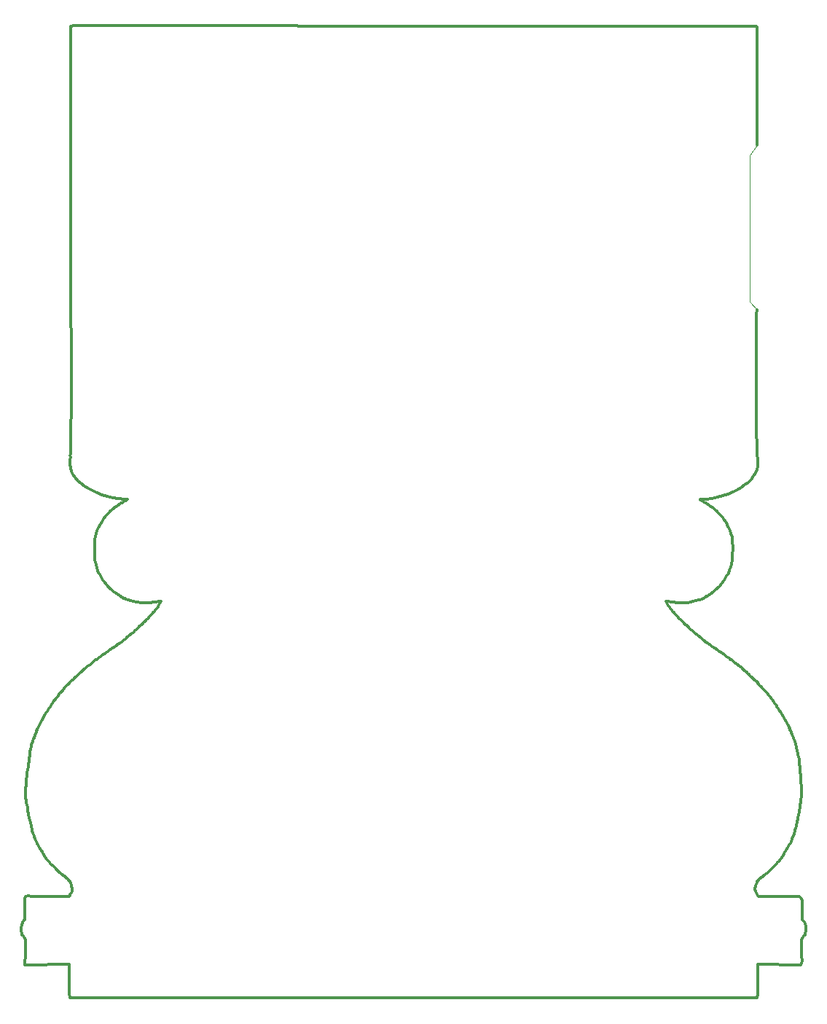
<source format=gbr>
%TF.GenerationSoftware,KiCad,Pcbnew,7.99.0-3134-gf47cc39208*%
%TF.CreationDate,2023-10-21T21:10:59+01:00*%
%TF.ProjectId,hh2024,68683230-3234-42e6-9b69-6361645f7063,rev?*%
%TF.SameCoordinates,Original*%
%TF.FileFunction,Profile,NP*%
%FSLAX46Y46*%
G04 Gerber Fmt 4.6, Leading zero omitted, Abs format (unit mm)*
G04 Created by KiCad (PCBNEW 7.99.0-3134-gf47cc39208) date 2023-10-21 21:10:59*
%MOMM*%
%LPD*%
G01*
G04 APERTURE LIST*
%ADD10C,0.350000*%
%TA.AperFunction,Profile*%
%ADD11C,0.350000*%
%TD*%
%TA.AperFunction,Profile*%
%ADD12C,0.050000*%
%TD*%
G04 APERTURE END LIST*
D10*
X167143363Y-107926604D02*
X167051659Y-108000695D01*
X167866574Y-107139916D02*
X167834815Y-107182248D01*
X97039373Y-98585055D02*
X97057008Y-98567420D01*
X172844264Y-141052445D02*
X172812504Y-141084183D01*
X174975034Y-138713527D02*
X174946806Y-138759390D01*
X88780833Y-138381915D02*
X88766730Y-138364281D01*
X167259786Y-114957462D02*
X167506734Y-115140913D01*
X99762807Y-109436503D02*
X99422734Y-109336574D01*
X99084213Y-109243970D01*
X98852656Y-109186023D01*
X169020143Y-102130467D02*
X169040394Y-102532526D01*
X169048954Y-102926727D01*
X169050923Y-103305782D01*
X169044840Y-103425156D01*
X91772404Y-141578081D02*
X91712437Y-141539281D01*
D11*
X86808818Y-151540522D02*
X86805286Y-151304167D01*
D10*
X163668510Y-112117605D02*
X163717904Y-112156406D01*
X161403683Y-109302445D02*
X161336654Y-109358880D01*
X173581557Y-120693632D02*
X173627420Y-120743026D01*
X175729983Y-124288439D02*
X175761743Y-124351936D01*
X88226991Y-124242576D02*
X88255198Y-124164975D01*
X175659424Y-124101478D02*
X175684121Y-124164975D01*
X92086381Y-92527866D02*
X92079318Y-92429078D01*
X171800034Y-42556886D02*
X171831793Y-42602748D01*
X98439891Y-109027268D02*
X98372862Y-108999062D01*
X95861086Y-106854167D02*
X95765851Y-106691881D01*
X172382126Y-141391098D02*
X172339794Y-141444024D01*
X168388679Y-100398338D02*
X168420417Y-100440669D01*
X168014735Y-99770383D02*
X168216257Y-100071134D01*
X168384905Y-100383301D01*
X168388679Y-100398338D01*
X88650307Y-138201995D02*
X88484512Y-137916246D01*
X91599546Y-141444024D02*
X91557214Y-141391098D01*
X173528654Y-120601907D02*
X173581557Y-120693632D01*
X87415585Y-126779049D02*
X87454407Y-126514466D01*
X170067904Y-117063557D02*
X170212534Y-117169386D01*
X174915068Y-122700939D02*
X175113940Y-123025320D01*
X175286208Y-123340245D01*
X175454748Y-123667434D01*
X175581823Y-123925089D01*
X97353351Y-108360535D02*
X97303956Y-108318182D01*
X91430198Y-141331132D02*
X91423157Y-141295863D01*
X172061086Y-118965034D02*
X172337125Y-119209947D01*
X172385657Y-119268418D01*
X176851814Y-133277209D02*
X176801206Y-133634613D01*
X176774213Y-133799335D01*
X91158574Y-141112412D02*
X91126814Y-141084183D01*
X86551297Y-148122104D02*
X86487778Y-148076242D01*
X162550211Y-111013409D02*
X162592542Y-111041637D01*
X165224251Y-113454647D02*
X165273645Y-113496978D01*
X95268422Y-105757033D02*
X95156209Y-105421378D01*
X95056543Y-105082767D01*
X95049701Y-105051478D01*
X97646141Y-114301301D02*
X97861351Y-114160202D01*
X165852206Y-108861473D02*
X165746377Y-108924971D01*
X94097197Y-116880105D02*
X94386376Y-116664369D01*
X94665776Y-116438643D01*
X94686351Y-116421498D01*
X92005227Y-143511296D02*
X92079318Y-143394895D01*
X170579436Y-117508060D02*
X170660568Y-117571557D01*
X165651120Y-97752504D02*
X165735783Y-97808939D01*
X88283426Y-124101478D02*
X88297529Y-124073249D01*
X98531616Y-97650185D02*
X98633936Y-97590219D01*
X100531882Y-111891822D02*
X100609483Y-111796587D01*
X177455072Y-148076242D02*
X177405678Y-148104470D01*
X172780766Y-141112412D02*
X172752538Y-141144171D01*
X102151120Y-110142058D02*
X102253418Y-109986835D01*
X97610871Y-114329529D02*
X97646141Y-114301301D01*
X91878233Y-118965034D02*
X91895867Y-118929743D01*
X166790585Y-98503923D02*
X166854104Y-98549786D01*
X169168325Y-116358001D02*
X169252989Y-116421498D01*
X100119116Y-112251663D02*
X100172042Y-112209331D01*
X168893148Y-105051478D02*
X168793049Y-105392337D01*
X168683123Y-105733022D01*
X168674428Y-105757033D01*
X97109933Y-114668182D02*
X97198127Y-114629381D01*
X177130501Y-145299882D02*
X177129675Y-145651419D01*
X177132715Y-146023085D01*
X177148157Y-146322946D01*
X95049701Y-105051478D02*
X95003838Y-104882130D01*
X121158788Y-155378746D02*
X119397508Y-155379428D01*
X117690255Y-155380152D01*
X116037142Y-155380917D01*
X114438287Y-155381724D01*
X112893807Y-155382572D01*
X111403816Y-155383461D01*
X109968432Y-155384391D01*
X108587771Y-155385363D01*
X107261949Y-155386376D01*
X105991082Y-155387430D01*
X104775287Y-155388525D01*
X103614680Y-155389662D01*
X102509376Y-155390840D01*
X101459494Y-155392060D01*
X100465148Y-155393320D01*
X99526455Y-155394622D01*
X98643531Y-155395966D01*
X97816492Y-155397350D01*
X97045456Y-155398776D01*
X96330537Y-155400244D01*
X95671853Y-155401752D01*
X95069519Y-155403302D01*
X94523652Y-155404894D01*
X94034368Y-155406526D01*
X93601784Y-155408200D01*
X93226015Y-155409916D01*
X92645390Y-155413471D01*
X92293423Y-155417191D01*
X92171044Y-155421077D01*
X97572071Y-114361267D02*
X97610871Y-114329529D01*
X171962319Y-151977963D02*
X171959116Y-152362769D01*
X171957463Y-152713068D01*
X171956183Y-153121037D01*
X171955502Y-153486240D01*
X171955257Y-153858274D01*
X95367210Y-106049823D02*
X95356616Y-106000451D01*
X99025514Y-113207698D02*
X99085480Y-113161835D01*
X86946406Y-130327992D02*
X86972028Y-129962551D01*
X87009904Y-129636562D01*
X96690127Y-98902563D02*
X96721865Y-98874335D01*
X171429621Y-118312382D02*
X171461381Y-118358245D01*
X89112445Y-138946351D02*
X89052479Y-138865219D01*
X94686351Y-116421498D02*
X94771015Y-116358001D01*
X96104503Y-107182248D02*
X96072765Y-107139916D01*
X173020653Y-119945745D02*
X173073556Y-120030408D01*
X97861351Y-114160202D02*
X98041250Y-114036717D01*
X95931646Y-106956465D02*
X95861086Y-106854167D01*
X165880434Y-97907728D02*
X165940400Y-97939466D01*
X97688472Y-98133489D02*
X97734335Y-98105282D01*
X89352353Y-139309722D02*
X89141004Y-139024642D01*
X89112445Y-138946351D01*
X167249213Y-98902563D02*
X167517351Y-99147842D01*
X167756832Y-99417718D01*
X167908906Y-99597525D01*
X173200573Y-140752571D02*
X173151179Y-140816090D01*
X172801932Y-119730556D02*
X172904230Y-119843447D01*
X171831793Y-42602748D02*
X171849428Y-42648611D01*
X86487778Y-148076242D02*
X86452509Y-147959840D01*
X101731313Y-109440034D02*
X101438502Y-109461200D01*
X165241907Y-97516128D02*
X165305404Y-97590219D01*
X164201208Y-112632669D02*
X164345838Y-112749091D01*
X173948460Y-121208695D02*
X174011957Y-121293359D01*
X90604710Y-140639702D02*
X90343515Y-140359210D01*
X90072880Y-140096294D01*
X89814535Y-139859358D01*
X89743931Y-139807130D01*
X89161839Y-122489281D02*
X89267668Y-122319933D01*
X172953624Y-119892841D02*
X173020653Y-119945745D01*
X162687778Y-111126301D02*
X162860657Y-111323855D01*
X175610029Y-124027386D02*
X175641789Y-124073249D01*
X162500817Y-109461200D02*
X162211536Y-109440034D01*
X86565400Y-146601633D02*
X86621835Y-146499335D01*
X88329289Y-137648131D02*
X88234032Y-137503502D01*
X176682488Y-127339975D02*
X176747909Y-127686969D01*
X176760088Y-127872673D01*
X96795956Y-107926604D02*
X96711292Y-107866637D01*
X174886839Y-138865219D02*
X174826873Y-138946351D01*
X98965548Y-113253561D02*
X99025514Y-113207698D01*
X176915312Y-129142664D02*
X176956777Y-129577597D01*
X176982422Y-130021342D01*
X176999400Y-130396623D01*
X177013653Y-130783078D01*
X177024463Y-131157999D01*
X177032288Y-131600704D01*
X177029097Y-131986478D01*
X177014100Y-132095413D01*
X98372862Y-108999062D02*
X98249398Y-108953199D01*
X171369655Y-118248885D02*
X171429621Y-118312382D01*
X86826452Y-151057218D02*
X86861619Y-150694467D01*
X86877673Y-150335219D01*
X86890832Y-149925245D01*
X86899691Y-149515437D01*
X86902846Y-149156686D01*
X86890411Y-148804800D01*
X86886418Y-148795922D01*
X167908906Y-99597525D02*
X167986507Y-99728051D01*
X173151179Y-140816090D02*
X173038287Y-140900754D01*
X93645653Y-117250518D02*
X93677391Y-117218780D01*
X166818813Y-108198249D02*
X166776482Y-108219415D01*
X98665674Y-113496978D02*
X98715068Y-113454647D01*
X164176511Y-112615034D02*
X164201208Y-112632669D01*
X176700122Y-134215610D02*
X176654259Y-134413165D01*
X97642631Y-98165248D02*
X97688472Y-98133489D01*
X166194390Y-108646284D02*
X166099154Y-108713313D01*
X92079318Y-143394895D02*
X92174575Y-143218506D01*
X91137408Y-119730556D02*
X91158574Y-119712921D01*
X97120505Y-108201781D02*
X97014676Y-108110055D01*
X176784786Y-127985543D02*
X176809483Y-128087862D01*
X163114647Y-111574335D02*
X163132281Y-111599032D01*
X168815548Y-116100480D02*
X168903742Y-116135749D01*
X91260871Y-119607071D02*
X91282037Y-119589436D01*
X177084660Y-148644230D02*
X177049369Y-148799432D01*
X164853838Y-113161835D02*
X164913826Y-113207698D01*
X168244028Y-106554293D02*
X168173489Y-106691881D01*
X92509697Y-118312382D02*
X92573194Y-118248885D01*
X88177597Y-124351936D02*
X88209335Y-124288439D01*
D11*
X91973489Y-151533459D02*
X86808818Y-151540522D01*
D10*
X86978144Y-132599882D02*
X86960509Y-132437618D01*
X166159121Y-98073523D02*
X166204983Y-98105282D01*
D11*
X86794714Y-144361503D02*
X86791183Y-143768839D01*
D10*
X175733515Y-137475274D02*
X175708818Y-137503502D01*
X98521044Y-113631036D02*
X98609239Y-113564007D01*
X171951726Y-118799217D02*
X171997588Y-118859183D01*
X176608397Y-134596616D02*
X176530003Y-134958591D01*
X176448709Y-135302286D01*
X176421436Y-135411532D01*
X92114588Y-92573729D02*
X92086381Y-92527866D01*
X95744685Y-115631280D02*
X95801120Y-115592479D01*
D11*
X91931158Y-143603022D02*
X92005227Y-143511296D01*
D10*
X88209335Y-124288439D02*
X88226991Y-124242576D01*
X98633936Y-97590219D02*
X98700964Y-97516128D01*
X99371229Y-112932521D02*
X99455892Y-112872555D01*
X91712437Y-141539281D02*
X91638346Y-141489886D01*
X101438502Y-109461200D02*
X101034801Y-109482145D01*
X100640067Y-109484688D01*
X100247749Y-109477185D01*
X99890636Y-109457222D01*
X99762807Y-109436503D01*
X90989226Y-119892841D02*
X91035088Y-119843447D01*
X98249398Y-108953199D02*
X98196473Y-108924971D01*
X174329444Y-143603022D02*
X174706230Y-143601830D01*
X175192897Y-143600621D01*
X175593553Y-143600262D01*
X176009909Y-143601405D01*
X176371705Y-143606023D01*
X176728778Y-143628956D01*
X176809483Y-143648885D01*
X174350632Y-121804891D02*
X174541124Y-122101212D01*
X163717904Y-112156406D02*
X163777871Y-112223434D01*
X95384845Y-106095686D02*
X95367210Y-106049823D01*
X96076297Y-115394925D02*
X96249154Y-115285543D01*
X172526755Y-141260572D02*
X172516183Y-141295863D01*
X97847227Y-108720354D02*
X97755501Y-108653325D01*
X166483670Y-98295775D02*
X166543658Y-98338106D01*
X171905863Y-155339945D02*
X171860000Y-155421077D01*
X102528595Y-109496469D02*
X102560354Y-109440034D01*
X166610686Y-98380438D02*
X166716515Y-98443935D01*
X175761743Y-124351936D02*
X175825240Y-124535387D01*
X86808818Y-145638557D02*
X86803019Y-145285290D01*
X86798169Y-144896393D01*
X86795202Y-144531668D01*
X86794714Y-144361503D01*
X167383271Y-107693780D02*
X167344449Y-107739643D01*
X92015821Y-118756886D02*
X92248645Y-118555800D01*
X86452509Y-147959840D02*
X86374908Y-147600000D01*
X86551297Y-146629861D02*
X86565400Y-146601633D01*
X167051659Y-108000695D02*
X166924642Y-108110055D01*
X166081520Y-114160202D02*
X166296709Y-114301301D01*
X176827117Y-128267782D02*
X176855345Y-128514709D01*
X90865762Y-120030408D02*
X90922197Y-119945745D01*
X96997042Y-114745804D02*
X97046436Y-114717576D01*
X86600669Y-148178561D02*
X86551297Y-148122104D01*
X171860000Y-143394895D02*
X171937622Y-143511296D01*
X100824672Y-111574335D02*
X100962260Y-111464975D01*
X96679533Y-114957462D02*
X96781852Y-114901027D01*
X173288767Y-140667908D02*
X173200573Y-140752571D01*
X177455072Y-146746284D02*
X177538615Y-147101170D01*
X177568849Y-147453999D01*
X177564432Y-147600000D01*
X101593725Y-110759419D02*
X101674878Y-110724129D01*
X176484933Y-126362774D02*
X176559003Y-126683813D01*
X96023371Y-107086991D02*
X95931646Y-106956465D01*
X88992513Y-138759390D02*
X88964285Y-138713527D01*
X171821200Y-80910897D02*
X171822841Y-81350424D01*
X171823793Y-81750060D01*
X171824697Y-82238249D01*
X171825266Y-82607497D01*
X171825801Y-83007987D01*
X171826298Y-83436477D01*
X171826750Y-83889720D01*
X171827153Y-84364471D01*
X171827502Y-84857484D01*
X171827792Y-85365515D01*
X171828016Y-85885319D01*
X171828171Y-86413649D01*
X171828251Y-86947261D01*
X171828262Y-87215034D01*
X166829407Y-114668182D02*
X166892904Y-114717576D01*
X89927361Y-121293359D02*
X89990880Y-121208695D01*
X167986507Y-99728051D02*
X168014735Y-99770383D01*
X169252989Y-116421498D02*
X169530240Y-116645670D01*
X169812058Y-116861133D01*
X169842121Y-116880105D01*
X90414196Y-120601907D02*
X90644531Y-120308720D01*
X90678779Y-120263254D01*
X176996465Y-132282395D02*
X176950312Y-132636094D01*
X176947071Y-132677504D01*
X100172042Y-112209331D02*
X100239070Y-112149365D01*
X87362681Y-127255312D02*
X87390910Y-126990728D01*
X167157488Y-114901027D02*
X167259786Y-114957462D01*
X176760088Y-127872673D02*
X176784786Y-127985543D01*
X161689432Y-109986835D02*
X161791730Y-110142058D01*
X171965851Y-141807395D02*
X171919988Y-141849727D01*
X165838102Y-97872437D02*
X165880434Y-97907728D01*
X171849428Y-42648611D02*
X171860000Y-42708577D01*
X162592542Y-111041637D02*
X162687778Y-111126301D01*
X175289011Y-138201995D02*
X175172588Y-138364281D01*
X171860000Y-42708577D02*
X171870030Y-43135685D01*
X171872160Y-43514742D01*
X171873012Y-43865546D01*
X171873207Y-44267526D01*
X171872727Y-44715433D01*
X171871554Y-45204017D01*
X171869672Y-45728028D01*
X171868013Y-46094459D01*
X171867062Y-46282218D01*
X173038287Y-140900754D02*
X172886595Y-141006583D01*
X92294508Y-142749306D02*
X92239713Y-142380768D01*
X92096908Y-142053978D01*
X92086381Y-142040219D01*
X166360206Y-98211111D02*
X166483670Y-98295775D01*
X101392639Y-111013409D02*
X101593725Y-110759419D01*
X167961810Y-115465463D02*
X168138199Y-115592479D01*
X166049760Y-97999432D02*
X166159121Y-98073523D01*
X172812504Y-141084183D02*
X172780766Y-141112412D01*
X90311898Y-120743026D02*
X90357761Y-120693632D01*
X95346044Y-105979285D02*
X95296650Y-105880497D01*
X97893089Y-97999432D02*
X97998918Y-97939466D01*
X171281461Y-118153628D02*
X171306158Y-118185387D01*
X176315585Y-135841911D02*
X176301482Y-135887774D01*
X92142816Y-42556886D02*
X92557304Y-42467520D01*
X92976199Y-42457460D01*
X93372302Y-42452989D01*
X93877287Y-42450144D01*
X94504363Y-42448784D01*
X94867813Y-42448618D01*
X95266738Y-42448770D01*
X95702790Y-42449225D01*
X96177621Y-42449964D01*
X96692880Y-42450969D01*
X97250219Y-42452224D01*
X97851290Y-42453711D01*
X98497743Y-42455412D01*
X99191229Y-42457310D01*
X99933399Y-42459388D01*
X100725905Y-42461629D01*
X170847529Y-117758518D02*
X170925152Y-117836141D01*
X91186780Y-141144171D02*
X91158574Y-141112412D01*
X97755501Y-108653325D02*
X97515615Y-108483998D01*
X171828262Y-87215034D02*
X171829004Y-87701031D01*
X171829902Y-88174740D01*
X171830944Y-88634124D01*
X171832120Y-89077148D01*
X171833420Y-89501774D01*
X171834834Y-89905969D01*
X171836351Y-90287694D01*
X171837961Y-90644914D01*
X171840529Y-91130344D01*
X171843247Y-91549185D01*
X171847048Y-91992181D01*
X171852959Y-92376175D01*
X170773460Y-117677386D02*
X170847529Y-117758518D01*
X176904739Y-132970295D02*
X176851814Y-133277209D01*
X168342816Y-115744171D02*
X168635185Y-115948769D01*
X168787319Y-116089886D01*
X96905316Y-98726175D02*
X97039373Y-98585055D01*
X89652206Y-121702571D02*
X89736869Y-121600274D01*
X176809483Y-143648885D02*
X177066014Y-143890770D01*
X177070535Y-143916999D01*
X87207458Y-128281886D02*
X87260937Y-127914041D01*
X87314055Y-127562822D01*
X87362681Y-127255312D01*
X97046436Y-114717576D02*
X97109933Y-114668182D01*
X95003838Y-104882130D02*
X94944980Y-104520136D01*
X94925850Y-104157270D01*
X94919175Y-103964916D01*
D11*
X89564011Y-143603022D02*
X91931158Y-143603022D01*
D10*
X88117631Y-137249491D02*
X87979259Y-136925359D01*
X87976511Y-136917879D01*
X100962260Y-111464975D02*
X101078683Y-111323855D01*
X177338649Y-148160905D02*
X177201061Y-148361991D01*
X94894478Y-103425156D02*
X94890079Y-103035672D01*
X94898237Y-102642643D01*
X94912701Y-102254880D01*
X94922706Y-102130467D01*
X173627420Y-120743026D02*
X173673283Y-120788889D01*
X100609483Y-111796587D02*
X100807037Y-111599032D01*
X92019352Y-93229891D02*
X92049030Y-92877430D01*
X92114588Y-92573729D01*
X86720623Y-148361991D02*
X86600669Y-148178561D01*
X163432155Y-111927113D02*
X163668510Y-112117605D01*
X176301482Y-135887774D02*
X176276785Y-135965396D01*
X88484512Y-137916246D02*
X88329289Y-137648131D01*
X176086292Y-125209183D02*
X176096865Y-125244474D01*
X176654259Y-134413165D02*
X176608397Y-134596616D01*
X87517904Y-135411532D02*
X87433086Y-135062041D01*
X87355094Y-134712042D01*
X87330922Y-134596616D01*
X172678447Y-119607071D02*
X172780766Y-119712921D01*
X176047492Y-136702689D02*
X175962807Y-136917879D01*
X165421806Y-113631036D02*
X165492365Y-113701574D01*
X95801120Y-115592479D02*
X95981040Y-115465463D01*
X98203536Y-97808939D02*
X98288199Y-97752504D01*
X172904230Y-119843447D02*
X172953624Y-119892841D01*
X176421436Y-135411532D02*
X176336731Y-135761405D01*
X176315585Y-135841911D01*
X176276785Y-135965396D02*
X176166232Y-136312492D01*
X176089824Y-136579226D01*
X97427420Y-108431073D02*
X97353351Y-108360535D01*
X172487955Y-119370716D02*
X172660812Y-119589436D01*
X87390910Y-126990728D02*
X87415585Y-126779049D01*
X88357517Y-123925089D02*
X88535506Y-123569636D01*
X88700299Y-123255113D01*
X88884579Y-122926200D01*
X89027782Y-122700939D01*
X166653018Y-114555312D02*
X166829407Y-114668182D01*
X165157222Y-113394659D02*
X165224251Y-113454647D01*
X88114100Y-124535387D02*
X88177597Y-124351936D01*
X102602686Y-109358880D02*
X102535657Y-109302445D01*
X164790341Y-113112441D02*
X164853838Y-113161835D01*
X177035265Y-149515581D02*
X177045308Y-149885571D01*
X177056440Y-150278400D01*
X177067942Y-150629560D01*
X177089349Y-150979770D01*
X177119929Y-151060749D01*
D11*
X177042306Y-151367664D02*
X176992934Y-151540522D01*
D10*
X171860000Y-52223005D02*
X171863113Y-52721604D01*
X171865871Y-53149918D01*
X171868333Y-53516040D01*
X171871597Y-53966327D01*
X171874523Y-54322225D01*
X171878242Y-54697157D01*
X171883253Y-55096832D01*
X171889524Y-55537918D01*
X171896062Y-56005613D01*
X171900000Y-56300000D01*
X91056254Y-141006583D02*
X90901031Y-140900754D01*
X92153410Y-92086894D02*
X92159675Y-91522385D01*
X92162078Y-90852705D01*
X92164018Y-89948764D01*
X92165514Y-88828581D01*
X92166584Y-87510173D01*
X92167245Y-86011557D01*
X92167517Y-84350752D01*
X92167416Y-82545775D01*
X92166961Y-80614643D01*
X92166171Y-78575374D01*
X92165062Y-76445986D01*
X92163654Y-74244496D01*
X92161964Y-71988922D01*
X92160011Y-69697282D01*
X92157812Y-67387594D01*
X92155386Y-65077874D01*
X92152751Y-62786141D01*
X92149925Y-60530412D01*
X92146925Y-58328705D01*
X92143771Y-56199038D01*
X92140479Y-54159428D01*
X92137069Y-52227892D01*
X92133558Y-50422449D01*
X92129964Y-48761116D01*
X92126306Y-47261911D01*
X92122601Y-45942851D01*
X92118868Y-44821954D01*
X92115125Y-43917237D01*
X92111390Y-43246719D01*
X92107680Y-42828417D01*
X92104015Y-42680349D01*
X93165880Y-117677386D02*
X93211743Y-117631524D01*
X92079318Y-92429078D02*
X92118119Y-92266793D01*
X99985059Y-112382189D02*
X100041515Y-112315160D01*
X87853048Y-125209183D02*
X87970231Y-124860821D01*
X88114100Y-124535387D01*
X96598401Y-107739643D02*
X96556069Y-107693780D01*
X97579112Y-98211111D02*
X97642631Y-98165248D01*
X101350307Y-111041637D02*
X101392639Y-111013409D01*
X168935480Y-104882130D02*
X168893148Y-105051478D01*
X176421436Y-126161688D02*
X176484933Y-126362774D01*
X176089824Y-136579226D02*
X176047492Y-136702689D01*
X177014100Y-132095413D02*
X177007037Y-132123641D01*
X99226600Y-113063047D02*
X99371229Y-112932521D01*
X95035598Y-116135749D02*
X95123792Y-116100480D01*
X87891848Y-136702689D02*
X87849516Y-136579226D01*
X90922197Y-119945745D02*
X90989226Y-119892841D01*
X97734335Y-98105282D02*
X97780198Y-98073523D01*
X174781010Y-122489281D02*
X174915068Y-122700939D01*
X89027782Y-122700939D02*
X89161839Y-122489281D01*
X177490341Y-147959840D02*
X177455072Y-148076242D01*
D11*
X86791183Y-143768839D02*
X86907584Y-143652416D01*
D10*
X97198127Y-114629381D02*
X97363923Y-114516490D01*
X176947071Y-132677504D02*
X176904739Y-132970295D01*
X94922706Y-102130467D02*
X94997172Y-101774996D01*
X95090189Y-101420728D01*
X95183759Y-101132100D01*
X95152021Y-116089886D02*
X95430620Y-115856148D01*
X95600034Y-115744171D01*
X168536839Y-106138018D02*
X168356919Y-106384966D01*
X168593296Y-105979285D02*
X168582702Y-106000451D01*
X92104015Y-42680349D02*
X92107547Y-42609811D01*
X165986263Y-108780341D02*
X165958035Y-108794445D01*
X87521436Y-126161688D02*
X87577871Y-125971195D01*
X92248645Y-118555800D02*
X92477959Y-118358245D01*
X165241907Y-97512618D02*
X165241907Y-97516128D01*
X88964285Y-138713527D02*
X88897256Y-138628864D01*
X98609239Y-113564007D02*
X98665674Y-113496978D01*
X96626629Y-107771380D02*
X96598401Y-107739643D01*
X98852656Y-109186023D02*
X98729171Y-109143691D01*
X92107547Y-42609811D02*
X92142816Y-42556886D01*
X165492365Y-113701574D02*
X165612319Y-113793300D01*
X87009904Y-129636562D02*
X87065372Y-129269595D01*
X87120891Y-128893333D01*
X87172607Y-128534022D01*
X87207458Y-128281886D01*
X173073556Y-120030408D02*
X173260539Y-120263254D01*
X169020143Y-103964916D02*
X169007910Y-104321056D01*
X168980255Y-104672846D01*
X168935480Y-104882130D01*
X177405678Y-148104470D02*
X177338649Y-148160905D01*
X86773548Y-146322946D02*
X86811673Y-145955620D01*
X86808818Y-145638557D01*
X165273645Y-113496978D02*
X165330101Y-113564007D01*
X96072765Y-107139916D02*
X96023371Y-107086991D01*
X90742298Y-140752571D02*
X90650573Y-140667908D01*
X95296650Y-105880497D02*
X95268422Y-105757033D01*
X171852959Y-142040219D02*
X171699607Y-142380768D01*
X171644811Y-142749306D01*
X172752538Y-141144171D02*
X172639647Y-141204137D01*
X92171044Y-155421077D02*
X92079318Y-155417546D01*
X97148733Y-98503923D02*
X97222824Y-98443935D01*
X96199760Y-107298670D02*
X96150366Y-107242214D01*
X161336654Y-109358880D02*
X161378986Y-109440034D01*
X126330501Y-42496919D02*
X127222933Y-42497280D01*
X128124464Y-42497701D01*
X129033486Y-42498179D01*
X129948390Y-42498711D01*
X130867568Y-42499295D01*
X131789411Y-42499927D01*
X132712310Y-42500606D01*
X133634658Y-42501329D01*
X134554846Y-42502093D01*
X135471265Y-42502896D01*
X136382307Y-42503735D01*
X137286364Y-42504608D01*
X138181827Y-42505512D01*
X139067088Y-42506443D01*
X139940538Y-42507401D01*
X140800569Y-42508382D01*
X141645573Y-42509384D01*
X142473940Y-42510403D01*
X143284063Y-42511438D01*
X144074333Y-42512486D01*
X144843142Y-42513544D01*
X145588881Y-42514610D01*
X146309943Y-42515681D01*
X147004717Y-42516755D01*
X147671597Y-42517828D01*
X148308973Y-42518899D01*
X148915237Y-42519965D01*
X149488781Y-42521023D01*
X150027996Y-42522071D01*
X150531274Y-42523105D01*
X150997007Y-42524124D01*
X151423586Y-42525126D01*
X91987593Y-153858274D02*
X91985937Y-153486240D01*
X91984283Y-153121037D01*
X91982298Y-152713068D01*
X91980316Y-152362769D01*
X91977350Y-152002530D01*
X91977021Y-151977963D01*
X172004651Y-93229891D02*
X171970366Y-93642384D01*
X171869610Y-94043911D01*
X171705530Y-94432685D01*
X171481273Y-94806918D01*
X171199985Y-95164820D01*
X170864815Y-95504605D01*
X170478909Y-95824484D01*
X170045414Y-96122670D01*
X169567477Y-96397373D01*
X169048246Y-96646807D01*
X168490867Y-96869183D01*
X167898488Y-97062714D01*
X167274255Y-97225611D01*
X166621316Y-97356085D01*
X165942817Y-97452350D01*
X165241907Y-97512618D01*
X96474937Y-107616157D02*
X96418481Y-107552660D01*
X101964159Y-110381945D02*
X102151120Y-110142058D01*
X90266036Y-120788889D02*
X90311898Y-120743026D01*
X95518902Y-100440669D02*
X95554171Y-100398338D01*
X167506734Y-115140913D02*
X167690186Y-115285543D01*
X171997588Y-118859183D02*
X172043451Y-118929743D01*
X172886595Y-141006583D02*
X172844264Y-141052445D01*
X172226903Y-141539281D02*
X172166936Y-141578081D01*
X167266848Y-107817243D02*
X167228048Y-107866637D01*
X166854104Y-98549786D02*
X166882311Y-98567420D01*
X95554171Y-100398338D02*
X95726151Y-100071134D01*
X95920417Y-99773286D01*
X95924583Y-99770383D01*
X175045594Y-138628864D02*
X174975034Y-138713527D01*
X90128447Y-121000547D02*
X90266036Y-120788889D01*
X163954259Y-112382189D02*
X164176511Y-112615034D01*
X93091789Y-117758518D02*
X93165880Y-117677386D01*
X101791279Y-110565396D02*
X101865371Y-110494836D01*
X168356919Y-106384966D02*
X168251090Y-106533127D01*
X87330922Y-134596616D02*
X87285059Y-134413165D01*
X87662534Y-135965396D02*
X87637837Y-135887774D01*
X99455892Y-112872555D02*
X99593481Y-112749091D01*
X95356616Y-106000451D02*
X95346044Y-105979285D01*
D11*
X91977021Y-151977963D02*
X91973489Y-151533459D01*
D10*
X168011204Y-106956465D02*
X167919478Y-107086991D01*
X161565947Y-109344777D02*
X161403683Y-109302445D01*
X162977058Y-111464975D02*
X163114647Y-111574335D01*
X167097500Y-114851633D02*
X167157488Y-114901027D01*
X161791730Y-110142058D02*
X161968119Y-110371351D01*
X93017698Y-117836141D02*
X93091789Y-117758518D01*
X88255198Y-124164975D02*
X88283426Y-124101478D01*
X166444870Y-114424786D02*
X166515430Y-114467117D01*
X91941730Y-118859183D02*
X91987593Y-118799217D01*
X92633182Y-118185387D02*
X92657879Y-118153628D01*
X98327021Y-113793300D02*
X98446953Y-113701574D01*
X167220985Y-98874335D02*
X167249213Y-98902563D01*
X175962807Y-136917879D02*
X175821709Y-137249491D01*
X161647101Y-109926869D02*
X161689432Y-109986835D01*
X95952812Y-99728051D02*
X96168429Y-99434301D01*
X96427379Y-99144216D01*
X96690127Y-98902563D01*
X171764765Y-143218506D02*
X171860000Y-143394895D01*
X166543658Y-114481221D02*
X166575396Y-114516490D01*
X89743931Y-139807130D02*
X89652206Y-139669563D01*
X166296709Y-98165248D02*
X166360206Y-98211111D01*
X166575396Y-114516490D02*
X166653018Y-114555312D01*
X168138199Y-115592479D02*
X168194655Y-115631280D01*
X166882311Y-98567420D02*
X166899945Y-98585055D01*
X97088767Y-98549786D02*
X97148733Y-98503923D01*
X165898068Y-114036717D02*
X166081520Y-114160202D01*
X170660568Y-117571557D02*
X170731128Y-117631524D01*
X165958035Y-108794445D02*
X165852206Y-108861473D01*
X98196473Y-108924971D02*
X98087113Y-108861473D01*
X88209335Y-137471742D02*
X88117631Y-137249491D01*
X100041515Y-112315160D02*
X100119116Y-112251663D01*
X161968119Y-110371351D02*
X162066907Y-110484242D01*
X166635362Y-108318182D02*
X166589521Y-108360535D01*
X163329836Y-111796587D02*
X163407458Y-111891822D01*
X87285059Y-134413165D02*
X87242727Y-134215610D01*
X96432584Y-115140913D02*
X96679533Y-114957462D01*
X177564432Y-147600000D02*
X177494528Y-147949486D01*
X177490341Y-147959840D01*
X167344449Y-107739643D02*
X167312711Y-107771380D01*
X171690674Y-143038586D02*
X171764765Y-143218506D01*
X87168658Y-133799335D02*
X87108531Y-133438075D01*
X87087504Y-133277209D01*
X91299672Y-141204137D02*
X91186780Y-141144171D01*
X171905863Y-141895590D02*
X171852959Y-142040219D01*
X174202450Y-121600274D02*
X174287113Y-121702571D01*
X91282037Y-119589436D02*
X91454895Y-119363675D01*
X177126991Y-151138350D02*
X177042306Y-151367664D01*
X172516183Y-141295863D02*
X172509121Y-141331132D01*
X170731128Y-117631524D02*
X170773460Y-117677386D01*
X102253418Y-109986835D02*
X102292239Y-109926869D01*
X171306158Y-118185387D02*
X171369655Y-118248885D01*
X176809483Y-128087862D02*
X176827117Y-128267782D01*
X91497227Y-141359360D02*
X91430198Y-141331132D01*
X97057008Y-98567420D02*
X97088767Y-98549786D01*
X90788140Y-140816090D02*
X90742298Y-140752571D01*
X177148157Y-146322946D02*
X177374642Y-146604323D01*
X177455072Y-146746284D01*
X86805286Y-151304167D02*
X86826452Y-151057218D01*
X98785627Y-113394659D02*
X98887925Y-113317058D01*
X151423586Y-42525126D02*
X152719014Y-42528020D01*
X153968287Y-42530750D01*
X155171737Y-42533314D01*
X156329697Y-42535712D01*
X157442500Y-42537945D01*
X158510478Y-42540013D01*
X159533964Y-42541916D01*
X160513290Y-42543653D01*
X161448790Y-42545224D01*
X162340796Y-42546630D01*
X163189640Y-42547871D01*
X163995655Y-42548946D01*
X164759175Y-42549856D01*
X165480531Y-42550601D01*
X166160056Y-42551180D01*
X166798083Y-42551594D01*
X167394945Y-42551842D01*
X167950974Y-42551925D01*
X168466503Y-42551843D01*
X168941865Y-42551595D01*
X169377391Y-42551182D01*
X169773416Y-42550603D01*
X170130272Y-42549859D01*
X170727805Y-42547875D01*
X171172653Y-42545229D01*
X171559461Y-42540019D01*
X171634239Y-42535720D01*
X168903742Y-116135749D02*
X169168325Y-116358001D01*
X93359904Y-117508060D02*
X93402235Y-117493935D01*
X172304503Y-141489886D02*
X172226903Y-141539281D01*
X97303956Y-108318182D02*
X97258094Y-108300547D01*
X165051393Y-113317058D02*
X165157222Y-113394659D01*
X88234032Y-137503502D02*
X88209335Y-137471742D01*
X162860657Y-111323855D02*
X162977058Y-111464975D01*
X170978056Y-117896107D02*
X171136810Y-118033695D01*
X163777871Y-112223434D02*
X163816671Y-112255194D01*
X166991671Y-114774032D02*
X167055168Y-114823405D01*
X170261928Y-117218780D02*
X170293687Y-117250518D01*
X92079318Y-155417546D02*
X92033456Y-155339945D01*
X95698822Y-106554293D02*
X95688228Y-106533127D01*
X100239070Y-112149365D02*
X100270808Y-112121136D01*
X88897256Y-138628864D02*
X88819655Y-138484213D01*
X92118119Y-92266793D02*
X92153410Y-92086894D01*
X98101238Y-97872437D02*
X98203536Y-97808939D01*
X177119929Y-151060749D02*
X177126991Y-151138350D01*
X97014676Y-108110055D02*
X96887681Y-108000695D01*
X91095076Y-141052445D02*
X91056254Y-141006583D01*
X168441604Y-100511229D02*
X168611262Y-100824061D01*
X168755560Y-101132100D01*
X164345838Y-112749091D02*
X164483426Y-112872555D01*
X166776482Y-108219415D02*
X166635362Y-108318182D01*
X174541124Y-122101212D02*
X174565821Y-122143544D01*
X171690674Y-118555800D02*
X171923519Y-118756886D01*
D12*
X171841151Y-75500000D02*
X171000000Y-74500000D01*
D10*
X97780198Y-98073523D02*
X97893089Y-97999432D01*
X98337593Y-97731339D02*
X98450484Y-97681945D01*
X101696044Y-110713557D02*
X101720741Y-110621831D01*
X91973489Y-141807395D02*
X91772404Y-141578081D01*
X86914647Y-132151869D02*
X86885546Y-131781881D01*
X86894753Y-131427391D01*
X86914647Y-131065307D01*
X96841818Y-114851633D02*
X96887681Y-114823405D01*
X92174575Y-143218506D02*
X92252176Y-143038586D01*
X172385657Y-119268418D02*
X172487955Y-119370716D01*
X91126814Y-141084183D02*
X91095076Y-141052445D01*
X165612319Y-113793300D02*
X165874751Y-114026464D01*
X165898068Y-114036717D01*
X86914647Y-131065307D02*
X86934887Y-130708922D01*
X86946243Y-130358479D01*
X86946406Y-130327992D01*
X91158574Y-119712921D02*
X91260871Y-119607071D01*
X91423157Y-141295863D02*
X91416095Y-141260572D01*
X99593481Y-112749091D02*
X99738132Y-112632669D01*
X87976511Y-136917879D02*
X87891848Y-136702689D01*
X97363923Y-114516490D02*
X97395682Y-114481221D01*
X165492365Y-109041393D02*
X165210147Y-109143691D01*
X172166936Y-141578081D02*
X171965851Y-141807395D01*
X88819655Y-138484213D02*
X88780833Y-138381915D01*
X93402235Y-117493935D02*
X93645653Y-117250518D01*
X169044840Y-103425156D02*
X169025208Y-103785464D01*
X169020143Y-103964916D01*
X167464403Y-107616157D02*
X167383271Y-107693780D01*
X91987593Y-118799217D02*
X92015821Y-118756886D01*
X95688228Y-106533127D02*
X95582399Y-106384966D01*
X98700964Y-97516128D02*
X98697433Y-97505556D01*
X91416095Y-141260572D02*
X91299672Y-141204137D01*
X174946806Y-138759390D02*
X174886839Y-138865219D01*
X166543658Y-98338106D02*
X166610686Y-98380438D01*
X97328654Y-98380438D02*
X97395682Y-98338106D01*
X167055168Y-114823405D02*
X167097500Y-114851633D01*
X92033456Y-141895590D02*
X92019352Y-141849727D01*
X99148977Y-113112441D02*
X99226600Y-113063047D01*
X102535657Y-109302445D02*
X102373371Y-109344777D01*
X100807037Y-111599032D02*
X100824672Y-111574335D01*
X165573519Y-108995531D02*
X165492365Y-109041393D01*
X98887925Y-113317058D02*
X98965548Y-113253561D01*
X95504798Y-100468876D02*
X95518902Y-100440669D01*
X97455648Y-98295775D02*
X97579112Y-98211111D01*
X173334630Y-140639702D02*
X173288767Y-140667908D01*
D11*
X172011713Y-143613616D02*
X174329444Y-143603022D01*
D10*
X172445623Y-141359360D02*
X172382126Y-141391098D01*
X168572130Y-106049823D02*
X168554474Y-106095686D01*
X171860000Y-155421077D02*
X171807096Y-155431671D01*
X177049369Y-148799432D02*
X177027615Y-149163098D01*
X177035265Y-149515581D01*
X87454407Y-126514466D02*
X87518790Y-126169198D01*
X87521436Y-126161688D01*
X171923519Y-118756886D02*
X171951726Y-118799217D01*
D12*
X171000000Y-74500000D02*
X171000000Y-57500000D01*
D10*
X171807096Y-155431671D02*
X171263934Y-155419431D01*
X170857516Y-155415650D01*
X170341275Y-155412021D01*
X169716927Y-155408547D01*
X168986187Y-155405229D01*
X168150772Y-155402069D01*
X167212396Y-155399070D01*
X166172776Y-155396232D01*
X165033627Y-155393559D01*
X163796665Y-155391051D01*
X162463606Y-155388712D01*
X161036165Y-155386542D01*
X159516058Y-155384544D01*
X157905000Y-155382720D01*
X156204707Y-155381072D01*
X154416895Y-155379601D01*
X152543280Y-155378310D01*
X150585577Y-155377200D01*
X148545501Y-155376274D01*
X146424770Y-155375533D01*
X144225097Y-155374980D01*
X141948199Y-155374615D01*
X139595791Y-155374442D01*
X137169590Y-155374462D01*
X134671310Y-155374677D01*
X132102668Y-155375089D01*
X129465379Y-155375700D01*
X126761159Y-155376512D01*
X123991723Y-155377526D01*
X121158788Y-155378746D01*
X98729171Y-109143691D02*
X98545741Y-109080194D01*
X176657791Y-127184752D02*
X176682488Y-127339975D01*
X98446953Y-113701574D02*
X98521044Y-113631036D01*
X175158485Y-138381915D02*
X175119685Y-138484213D01*
X167919478Y-107086991D02*
X167866574Y-107139916D01*
X166099154Y-108713313D02*
X165986263Y-108780341D01*
X176096865Y-125244474D02*
X176240389Y-125593754D01*
X176354677Y-125941639D01*
X176361448Y-125971195D01*
X164568089Y-112932521D02*
X164712740Y-113063047D01*
X169842121Y-116880105D02*
X170067904Y-117063557D01*
D12*
X171000000Y-57500000D02*
X171900000Y-56300000D01*
D10*
X92961263Y-117896107D02*
X93017698Y-117836141D01*
X89267668Y-122319933D02*
X89377029Y-122143544D01*
X168674428Y-105757033D02*
X168642668Y-105880497D01*
X162066907Y-110484242D02*
X162148039Y-110565396D01*
X165330101Y-113564007D02*
X165421806Y-113631036D01*
X97515615Y-108483998D02*
X97427420Y-108431073D01*
X162243296Y-110713557D02*
X162267993Y-110724129D01*
X166892904Y-114717576D02*
X166942298Y-114745804D01*
X174287113Y-121702571D02*
X174350632Y-121804891D01*
X100507185Y-111927113D02*
X100531882Y-111891822D01*
X168420417Y-100440669D02*
X168434542Y-100468876D01*
X170537083Y-117493935D02*
X170579436Y-117508060D01*
X171841151Y-75500000D02*
X171834085Y-75945295D01*
X171832377Y-76301884D01*
X171830725Y-76723689D01*
X171829149Y-77194267D01*
X171827666Y-77697173D01*
X171826292Y-78215963D01*
X171825045Y-78734191D01*
X171823942Y-79235415D01*
X171823001Y-79703188D01*
X171822239Y-80121068D01*
X171821673Y-80472609D01*
X171821230Y-80839563D01*
X171821200Y-80910897D01*
X93874945Y-117063557D02*
X94097197Y-116880105D01*
X166204983Y-98105282D02*
X166250846Y-98133489D01*
X166296709Y-114301301D02*
X166328447Y-114329529D01*
X161410724Y-109496469D02*
X161562141Y-109817012D01*
X161647101Y-109926869D01*
X164973792Y-113253561D02*
X165051393Y-113317058D01*
X175684121Y-124164975D02*
X175712349Y-124242576D01*
X90901031Y-140900754D02*
X90788140Y-140816090D01*
X167834815Y-107182248D02*
X167788952Y-107242214D01*
X166716515Y-98443935D02*
X166790585Y-98503923D01*
X96249154Y-115285543D02*
X96432584Y-115140913D01*
X87637837Y-135887774D02*
X87627265Y-135841911D01*
X98545741Y-109080194D02*
X98492816Y-109048434D01*
X86621835Y-146499335D02*
X86710029Y-146372340D01*
X166423704Y-108483998D02*
X166194390Y-108646284D01*
X97998918Y-97939466D02*
X98058906Y-97907728D01*
X163901334Y-112315160D02*
X163954259Y-112382189D01*
X164483426Y-112872555D02*
X164568089Y-112932521D01*
X165305404Y-97590219D02*
X165407702Y-97650185D01*
X174385901Y-139531974D02*
X174287113Y-139669563D01*
X173260539Y-120263254D02*
X173477411Y-120543973D01*
X173528654Y-120601907D01*
X166250846Y-98133489D02*
X166296709Y-98165248D01*
X89652206Y-139669563D02*
X89553418Y-139531974D01*
X87087504Y-133277209D02*
X87031069Y-132956191D01*
X98041250Y-114036717D02*
X98313163Y-113806775D01*
X98327021Y-113793300D01*
X96418481Y-107552660D02*
X96199760Y-107298670D01*
X177201061Y-148361991D02*
X177084660Y-148644230D01*
X88766730Y-138364281D02*
X88650307Y-138201995D01*
X162345594Y-110759419D02*
X162550211Y-111013409D01*
X91035088Y-119843447D02*
X91137408Y-119730556D01*
X86995779Y-132755105D02*
X86978144Y-132599882D01*
X173673283Y-120788889D02*
X173810871Y-121000547D01*
X168434542Y-100468876D02*
X168441604Y-100511229D01*
X167863043Y-115394925D02*
X167961810Y-115465463D01*
X92252176Y-143038586D02*
X92262770Y-142989192D01*
X89736869Y-121600274D02*
X89814491Y-121459154D01*
X93677391Y-117218780D02*
X93726785Y-117169386D01*
X165940400Y-97939466D02*
X166049760Y-97999432D01*
X94771015Y-116358001D02*
X95035598Y-116135749D01*
X162211536Y-109440034D02*
X161855803Y-109400378D01*
X161565947Y-109344777D01*
X174586987Y-139309722D02*
X174385901Y-139531974D01*
X86710029Y-146372340D02*
X86773548Y-146322946D01*
X93211743Y-117631524D02*
X93278750Y-117571557D01*
X173810871Y-121000547D02*
X173948460Y-121208695D01*
X99738132Y-112632669D02*
X99762807Y-112615034D01*
X166367269Y-114361267D02*
X166444870Y-114424786D01*
X174011957Y-121293359D02*
X174128380Y-121459154D01*
X177109335Y-144139251D02*
X177128407Y-144497135D01*
X177132655Y-144889834D01*
X177131111Y-145246801D01*
X177130501Y-145299882D01*
X93726785Y-117169386D02*
X93874945Y-117063557D01*
X98450484Y-97681945D02*
X98531616Y-97650185D01*
X96676002Y-107817243D02*
X96626629Y-107771380D01*
X175641789Y-124073249D02*
X175659424Y-124101478D01*
X97494449Y-114424786D02*
X97572071Y-114361267D01*
X175172588Y-138364281D02*
X175158485Y-138381915D01*
X92477959Y-118358245D02*
X92509697Y-118312382D01*
X168755560Y-101132100D02*
X168868400Y-101488389D01*
X168960245Y-101846247D01*
X169020143Y-102130467D01*
X95600034Y-115744171D02*
X95744685Y-115631280D01*
X87031069Y-132956191D02*
X86995779Y-132755105D01*
X98087113Y-108861473D02*
X97981284Y-108794445D01*
X97427420Y-114467117D02*
X97494449Y-114424786D01*
X165689920Y-108953199D02*
X165573519Y-108995531D01*
X99762807Y-112615034D02*
X99985059Y-112382189D01*
X174128380Y-121459154D02*
X174202450Y-121600274D01*
X91557214Y-141391098D02*
X91497227Y-141359360D01*
X168582702Y-106000451D02*
X168572130Y-106049823D01*
X174826873Y-138946351D02*
X174634503Y-139251033D01*
X174586987Y-139309722D01*
X89592239Y-121804891D02*
X89652206Y-121702571D01*
X87577871Y-125971195D02*
X87689232Y-125623352D01*
X87818596Y-125287399D01*
X87842454Y-125244474D01*
X172660812Y-119589436D02*
X172678447Y-119607071D01*
X168554474Y-106095686D02*
X168536839Y-106138018D01*
X95765851Y-106691881D02*
X95698822Y-106554293D01*
X176887083Y-128881612D02*
X176915312Y-129142664D01*
X174565821Y-122143544D02*
X174671650Y-122319933D01*
X92657879Y-118153628D02*
X92802509Y-118030164D01*
X171634239Y-42535720D02*
X171800034Y-42556886D01*
D11*
X176992934Y-151540522D02*
X171969382Y-151533459D01*
D10*
X97222824Y-98443935D02*
X97328654Y-98380438D01*
X98697433Y-97505556D02*
X98348029Y-97478141D01*
X97665330Y-97396408D01*
X97006665Y-97280261D01*
X96375105Y-97131451D01*
X95773720Y-96951732D01*
X95205577Y-96742854D01*
X94673748Y-96506570D01*
X94181302Y-96244631D01*
X93731308Y-95958789D01*
X93326836Y-95650796D01*
X92970955Y-95322403D01*
X92666735Y-94975363D01*
X92417246Y-94611428D01*
X92225556Y-94232348D01*
X92094736Y-93839876D01*
X92027855Y-93435764D01*
X92019352Y-93229891D01*
X89553418Y-139531974D02*
X89352353Y-139309722D01*
X172043451Y-118929743D02*
X172061086Y-118965034D01*
X91454895Y-119363675D02*
X91553683Y-119268418D01*
X171867062Y-46282218D02*
X171865163Y-46657171D01*
X171863434Y-47045794D01*
X171861881Y-47445052D01*
X171860508Y-47851911D01*
X171859321Y-48263339D01*
X171858325Y-48676302D01*
X171857525Y-49087766D01*
X171856926Y-49494699D01*
X171856533Y-49894066D01*
X171856352Y-50282835D01*
X171856388Y-50657972D01*
X171856646Y-51016443D01*
X171857460Y-51516266D01*
X171858802Y-51961529D01*
X171860000Y-52223005D01*
X92802509Y-118030164D02*
X92961263Y-117896107D01*
X96873556Y-98736747D02*
X96905316Y-98726175D01*
X96887681Y-108000695D02*
X96795956Y-107926604D01*
X171852959Y-92376175D02*
X171950159Y-92716528D01*
X171999115Y-93065952D01*
X172004651Y-93229891D01*
X97981284Y-108794445D02*
X97956587Y-108780341D01*
X167788952Y-107242214D02*
X167743089Y-107298670D01*
X92573194Y-118248885D02*
X92633182Y-118185387D01*
X176559003Y-126683813D02*
X176641729Y-127035857D01*
X176657791Y-127184752D01*
X98288199Y-97752504D02*
X98337593Y-97731339D01*
X86907584Y-143652416D02*
X87182761Y-143574794D01*
X162148039Y-110565396D02*
X162222130Y-110621831D01*
X171136810Y-118033695D02*
X171281461Y-118153628D01*
X174195409Y-139807130D02*
X173904440Y-140060324D01*
X173632940Y-140322444D01*
X173369879Y-140592781D01*
X173334630Y-140639702D01*
X166942298Y-114745804D02*
X166991671Y-114774032D01*
X168194655Y-115631280D02*
X168342816Y-115744171D01*
X87242727Y-134215610D02*
X87180664Y-133869163D01*
X87168658Y-133799335D01*
X168173489Y-106691881D02*
X168081764Y-106854167D01*
X175454806Y-137916246D02*
X175289011Y-138201995D01*
X96781852Y-114901027D02*
X96841818Y-114851633D01*
X168081764Y-106854167D02*
X168011204Y-106956465D01*
X96947647Y-114774032D02*
X96997042Y-114745804D01*
X164712740Y-113063047D02*
X164790341Y-113112441D01*
X177070535Y-143916999D02*
X177109335Y-144139251D01*
X165601726Y-97731339D02*
X165651120Y-97752504D01*
X95183759Y-101132100D02*
X95341043Y-100798268D01*
X95497736Y-100511229D01*
X167520838Y-107552660D02*
X167464403Y-107616157D01*
X93278750Y-117571557D02*
X93359904Y-117508060D01*
X101720741Y-110621831D02*
X101791279Y-110565396D01*
X95123792Y-116100480D02*
X95152021Y-116089886D01*
X96887681Y-114823405D02*
X96947647Y-114774032D01*
X164176511Y-109436503D02*
X163811448Y-109472644D01*
X163436558Y-109483248D01*
X163034135Y-109484178D01*
X162677289Y-109474318D01*
X162500817Y-109461200D01*
X176361448Y-125971195D02*
X176421436Y-126161688D01*
X170212534Y-117169386D02*
X170261928Y-117218780D01*
X90678779Y-120263254D02*
X90865762Y-120030408D01*
X168251090Y-106533127D02*
X168244028Y-106554293D01*
X89052479Y-138865219D02*
X88992513Y-138759390D01*
X168787319Y-116089886D02*
X168815548Y-116100480D01*
X91553683Y-119268418D02*
X91798795Y-119010797D01*
X91878233Y-118965034D01*
X167312711Y-107771380D02*
X167266848Y-107817243D01*
X89990880Y-121208695D02*
X90128447Y-121000547D01*
X171919988Y-141849727D02*
X171905863Y-141895590D01*
X92086381Y-142040219D02*
X92033456Y-141895590D01*
X166328447Y-114329529D02*
X166367269Y-114361267D01*
X176774213Y-133799335D02*
X176711466Y-134148785D01*
X176700122Y-134215610D01*
X165086684Y-109186023D02*
X164746603Y-109273174D01*
X164408073Y-109367175D01*
X164176511Y-109436503D01*
X96556069Y-107693780D02*
X96474937Y-107616157D01*
X165746377Y-108924971D02*
X165689920Y-108953199D01*
X87849516Y-136579226D02*
X87749494Y-136235409D01*
X87662534Y-135965396D01*
X87842454Y-125244474D02*
X87853048Y-125209183D01*
X166511898Y-108431073D02*
X166423704Y-108483998D01*
X167065762Y-98736747D02*
X167220985Y-98874335D01*
X91895867Y-118929743D02*
X91941730Y-118859183D01*
X165210147Y-109143691D02*
X165086684Y-109186023D01*
X98492816Y-109048434D02*
X98439891Y-109027268D01*
X96721865Y-98874335D02*
X96873556Y-98736747D01*
X167228048Y-107866637D02*
X167143363Y-107926604D01*
X89398194Y-122101212D02*
X89591772Y-121808493D01*
X89592239Y-121804891D01*
X87182761Y-143574794D02*
X87588629Y-143591484D01*
X87959491Y-143596412D01*
X88324293Y-143599415D01*
X88740101Y-143601540D01*
X89198108Y-143602746D01*
X89564011Y-143603022D01*
X166924642Y-108110055D02*
X166818813Y-108198249D01*
X95476570Y-106226212D02*
X95384845Y-106095686D01*
X161378986Y-109440034D02*
X161410724Y-109496469D01*
X95924583Y-99770383D02*
X95952812Y-99728051D01*
X102560354Y-109440034D02*
X102602686Y-109358880D01*
X102292239Y-109926869D02*
X102483013Y-109622438D01*
X102528595Y-109496469D01*
X170293687Y-117250518D02*
X170537083Y-117493935D01*
X97395682Y-98338106D02*
X97455648Y-98295775D01*
X167034003Y-98726175D02*
X167065762Y-98736747D01*
X163407458Y-111891822D02*
X163432155Y-111927113D01*
X95582399Y-106384966D02*
X95476570Y-106226212D01*
X177007037Y-132123641D02*
X176996465Y-132282395D01*
X98058906Y-97907728D02*
X98101238Y-97872437D01*
X97395682Y-114481221D02*
X97427420Y-114467117D01*
X171644811Y-142749306D02*
X171676570Y-142989192D01*
X165735783Y-97808939D02*
X165838102Y-97872437D01*
X92033456Y-155339945D02*
X91993714Y-154958546D01*
X91989302Y-154603241D01*
X91987799Y-154178278D01*
X91987593Y-153858274D01*
D11*
X171937622Y-143511296D02*
X172011713Y-143613616D01*
D10*
X174671650Y-122319933D02*
X174781010Y-122489281D01*
X97956587Y-108780341D02*
X97847227Y-108720354D01*
X172339794Y-141444024D02*
X172304503Y-141489886D01*
X97258094Y-108300547D02*
X97120505Y-108201781D01*
X162267993Y-110724129D02*
X162345594Y-110759419D01*
X95981040Y-115465463D02*
X96076297Y-115394925D01*
X86960509Y-132437618D02*
X86914647Y-132151869D01*
X96711292Y-107866637D02*
X96676002Y-107817243D01*
X89814491Y-121459154D02*
X89927361Y-121293359D01*
X171955257Y-153858274D02*
X171953713Y-154273689D01*
X171950815Y-154673389D01*
X171943794Y-155044932D01*
X171905863Y-155339945D01*
X101865371Y-110494836D02*
X101964159Y-110381945D01*
X172509121Y-141331132D02*
X172445623Y-141359360D01*
X91638346Y-141489886D02*
X91599546Y-141444024D01*
X175610029Y-137648131D02*
X175454806Y-137916246D01*
X168642668Y-105880497D02*
X168593296Y-105979285D01*
X86854680Y-148640699D02*
X86720623Y-148361991D01*
X89377029Y-122143544D02*
X89398194Y-122101212D01*
X175821709Y-137249491D02*
X175733515Y-137475274D01*
X162222130Y-110621831D02*
X162243296Y-110713557D01*
X86374908Y-147600000D02*
X86386253Y-147237428D01*
X86442932Y-146888839D01*
X86551297Y-146629861D01*
X167743089Y-107298670D02*
X167520838Y-107552660D01*
X166515430Y-114467117D02*
X166543658Y-114481221D01*
X88329289Y-124027386D02*
X88357517Y-123925089D01*
X101078683Y-111323855D02*
X101251541Y-111126301D01*
X165407702Y-97650185D02*
X165488834Y-97681945D01*
X175708818Y-137503502D02*
X175610029Y-137648131D01*
X175712349Y-124242576D02*
X175729983Y-124288439D01*
X171676570Y-142989192D02*
X171690674Y-143038586D01*
X92262770Y-142989192D02*
X92294508Y-142749306D01*
X99085480Y-113161835D02*
X99148977Y-113112441D01*
X96150366Y-107242214D02*
X96104503Y-107182248D01*
X170925152Y-117836141D02*
X170978056Y-117896107D01*
X102373371Y-109344777D02*
X102006623Y-109411864D01*
X101731313Y-109440034D01*
X100725905Y-42461629D02*
X101178781Y-42462642D01*
X101670468Y-42463693D01*
X102199327Y-42464779D01*
X102763716Y-42465897D01*
X103361995Y-42467043D01*
X103992522Y-42468214D01*
X104653658Y-42469407D01*
X105343760Y-42470618D01*
X106061190Y-42471846D01*
X106804305Y-42473085D01*
X107571465Y-42474333D01*
X108361029Y-42475588D01*
X109171358Y-42476844D01*
X110000809Y-42478100D01*
X110847742Y-42479353D01*
X111710516Y-42480598D01*
X112587492Y-42481832D01*
X113477027Y-42483053D01*
X114377481Y-42484258D01*
X115287214Y-42485442D01*
X116204585Y-42486603D01*
X117127952Y-42487738D01*
X118055676Y-42488843D01*
X118986115Y-42489915D01*
X119917630Y-42490951D01*
X120848578Y-42491947D01*
X121777319Y-42492901D01*
X122702213Y-42493809D01*
X123621619Y-42494668D01*
X124533896Y-42495475D01*
X125437404Y-42496226D01*
X126330501Y-42496919D01*
X172780766Y-119712921D02*
X172801932Y-119730556D01*
X94919175Y-103964916D02*
X94907653Y-103610605D01*
X94894478Y-103425156D01*
X165488834Y-97681945D02*
X165601726Y-97731339D01*
X175581823Y-123925089D02*
X175610029Y-124027386D01*
X98715068Y-113454647D02*
X98785627Y-113394659D01*
X88297529Y-124073249D02*
X88329289Y-124027386D01*
X101674878Y-110724129D02*
X101696044Y-110713557D01*
X87627265Y-135841911D02*
X87535292Y-135483025D01*
X87517904Y-135411532D01*
X175825240Y-124535387D02*
X175969102Y-124860821D01*
X176085625Y-125191801D01*
X176086292Y-125209183D01*
X166899945Y-98585055D02*
X167034003Y-98726175D01*
X166589521Y-108360535D02*
X166511898Y-108431073D01*
X163132281Y-111599032D02*
X163329836Y-111796587D01*
X101251541Y-111126301D02*
X101350307Y-111041637D01*
X167690186Y-115285543D02*
X167863043Y-115394925D01*
X92019352Y-141849727D02*
X91973489Y-141807395D01*
X100270808Y-112121136D02*
X100507185Y-111927113D01*
X90650573Y-140667908D02*
X90604710Y-140639702D01*
X171461381Y-118358245D02*
X171690674Y-118555800D01*
X90357761Y-120693632D02*
X90414196Y-120601907D01*
X164913826Y-113207698D02*
X164973792Y-113253561D01*
X95497736Y-100511229D02*
X95504798Y-100468876D01*
X172639647Y-141204137D02*
X172526755Y-141260572D01*
D11*
X171969382Y-151533459D02*
X171962319Y-151977963D01*
D10*
X163816671Y-112255194D02*
X163901334Y-112315160D01*
X174287113Y-139669563D02*
X174195409Y-139807130D01*
X175119685Y-138484213D02*
X175045594Y-138628864D01*
X86886418Y-148795922D02*
X86854680Y-148640699D01*
X176855345Y-128514709D02*
X176886392Y-128872148D01*
X176887083Y-128881612D01*
M02*

</source>
